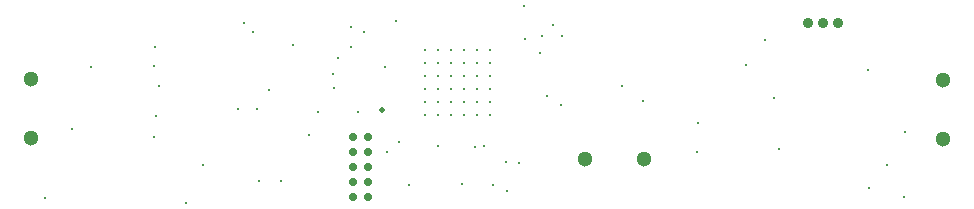
<source format=gbr>
%TF.GenerationSoftware,Altium Limited,Altium Designer,25.4.2 (15)*%
G04 Layer_Color=0*
%FSLAX45Y45*%
%MOMM*%
%TF.SameCoordinates,47237EEE-74C4-40EA-AC85-0918F70ECB2B*%
%TF.FilePolarity,Positive*%
%TF.FileFunction,Plated,1,4,PTH,Drill*%
%TF.Part,Single*%
G01*
G75*
%TA.AperFunction,ComponentDrill*%
%ADD79C,1.30000*%
%ADD80C,0.90000*%
%ADD81C,0.90000*%
%ADD82C,1.30000*%
%ADD83C,0.71000*%
%TA.AperFunction,ViaDrill,NotFilled*%
%ADD84C,0.20000*%
%ADD85C,0.22000*%
%ADD86C,0.50000*%
D79*
X5075301Y431800D02*
D03*
X5575300D02*
D03*
D80*
X7213600Y1587500D02*
D03*
X6959600D02*
D03*
D81*
X7086600D02*
D03*
D82*
X8102600Y604901D02*
D03*
Y1104900D02*
D03*
X381000Y1109599D02*
D03*
Y609600D02*
D03*
D83*
X3238500Y114300D02*
D03*
Y241300D02*
D03*
Y368300D02*
D03*
Y495300D02*
D03*
Y622300D02*
D03*
X3111500Y114300D02*
D03*
Y241300D02*
D03*
Y368300D02*
D03*
Y495300D02*
D03*
Y622300D02*
D03*
D84*
X2293620Y858520D02*
D03*
X4708707Y1472591D02*
D03*
X4804172Y1569720D02*
D03*
X4876400Y1475875D02*
D03*
X4689449Y1328873D02*
D03*
X4866640Y886460D02*
D03*
X5387340Y1054100D02*
D03*
X4409440Y157480D02*
D03*
X4297680Y208280D02*
D03*
X4516120Y401320D02*
D03*
X4028440Y220980D02*
D03*
X4564380Y1450340D02*
D03*
X1430020Y1384300D02*
D03*
X731520Y683260D02*
D03*
X1838960Y378460D02*
D03*
X2260600Y1503680D02*
D03*
X6593840Y1440180D02*
D03*
X3378200Y1209040D02*
D03*
X3395980Y487680D02*
D03*
X4749800Y965200D02*
D03*
X6718300Y520700D02*
D03*
X7467600Y1186180D02*
D03*
X3825240Y541020D02*
D03*
X3583940Y210820D02*
D03*
X2181860Y1587500D02*
D03*
X2598420Y1399540D02*
D03*
X5562600Y919480D02*
D03*
X1437640Y800100D02*
D03*
X1463040Y1046480D02*
D03*
X1694180Y60960D02*
D03*
X497840Y101600D02*
D03*
X1422400Y1216660D02*
D03*
X891540Y1211580D02*
D03*
X3474720Y1600200D02*
D03*
X3200400Y1503680D02*
D03*
X2979420Y1285240D02*
D03*
X3091180Y1384300D02*
D03*
X2733040Y632460D02*
D03*
X2814320Y830580D02*
D03*
X2938780Y1150620D02*
D03*
X2131060Y855980D02*
D03*
X3091180Y1546860D02*
D03*
X2395220Y1013460D02*
D03*
X2496820Y243840D02*
D03*
X3500120Y576580D02*
D03*
X2311400Y246380D02*
D03*
X3154680Y833120D02*
D03*
X4145280Y533400D02*
D03*
X4218940Y538480D02*
D03*
X7780020Y662940D02*
D03*
X7777480Y106680D02*
D03*
X1427480Y619760D02*
D03*
X2948940Y1033780D02*
D03*
X6436360Y1229360D02*
D03*
X6675120Y952500D02*
D03*
X4559300Y1727200D02*
D03*
X7632700Y381000D02*
D03*
X7480300Y190500D02*
D03*
X6032500Y736600D02*
D03*
X6019800Y495300D02*
D03*
X3721100Y1354399D02*
D03*
X3831102D02*
D03*
X3941100D02*
D03*
X4051102D02*
D03*
X4161099D02*
D03*
X4271101D02*
D03*
X3721100Y1244402D02*
D03*
X3831102D02*
D03*
X3941100D02*
D03*
X4051102D02*
D03*
X4161099D02*
D03*
X4271101D02*
D03*
X3721100Y1134400D02*
D03*
X3831102D02*
D03*
X3941100D02*
D03*
X4051102D02*
D03*
X4161099D02*
D03*
X4271101D02*
D03*
X3721100Y1024402D02*
D03*
X3831102D02*
D03*
X3941100D02*
D03*
X4051102D02*
D03*
X4161099D02*
D03*
X4271101D02*
D03*
X3721100Y914400D02*
D03*
X3831102D02*
D03*
X3941100D02*
D03*
X4051102D02*
D03*
X4161099D02*
D03*
X4271101D02*
D03*
X3721100Y804398D02*
D03*
X3831102D02*
D03*
X3941100D02*
D03*
X4051102D02*
D03*
X4161099D02*
D03*
X4271101D02*
D03*
D85*
X4401820Y403860D02*
D03*
D86*
X3352800Y850900D02*
D03*
%TF.MD5,193afbea44b7a92f44fa074961496154*%
M02*

</source>
